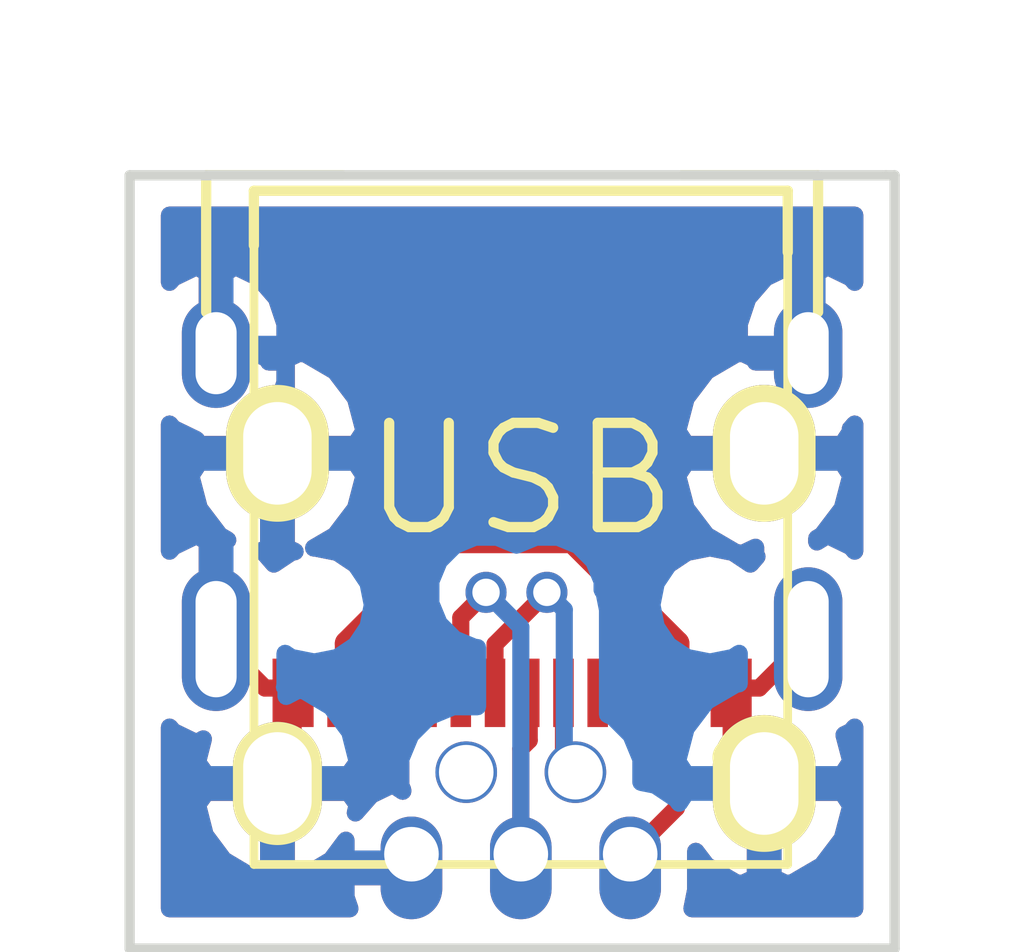
<source format=kicad_pcb>
(kicad_pcb (version 4) (host pcbnew 4.0.7)

  (general
    (links 16)
    (no_connects 0)
    (area 38.659999 39.548999 49.986001 51.002001)
    (thickness 1.6)
    (drawings 6)
    (tracks 33)
    (zones 0)
    (modules 3)
    (nets 10)
  )

  (page A4)
  (layers
    (0 F.Cu signal)
    (31 B.Cu signal)
    (32 B.Adhes user)
    (33 F.Adhes user)
    (34 B.Paste user)
    (35 F.Paste user)
    (36 B.SilkS user)
    (37 F.SilkS user)
    (38 B.Mask user)
    (39 F.Mask user)
    (40 Dwgs.User user)
    (41 Cmts.User user)
    (42 Eco1.User user)
    (43 Eco2.User user)
    (44 Edge.Cuts user)
    (45 Margin user)
    (46 B.CrtYd user)
    (47 F.CrtYd user)
    (48 B.Fab user)
    (49 F.Fab user)
  )

  (setup
    (last_trace_width 0.25)
    (user_trace_width 0.381)
    (trace_clearance 0.2)
    (zone_clearance 0.381)
    (zone_45_only no)
    (trace_min 0.2)
    (segment_width 0.2)
    (edge_width 0.15)
    (via_size 0.6)
    (via_drill 0.4)
    (via_min_size 0.4)
    (via_min_drill 0.3)
    (uvia_size 0.3)
    (uvia_drill 0.1)
    (uvias_allowed no)
    (uvia_min_size 0.2)
    (uvia_min_drill 0.1)
    (pcb_text_width 0.3)
    (pcb_text_size 1.5 1.5)
    (mod_edge_width 0.15)
    (mod_text_size 1 1)
    (mod_text_width 0.15)
    (pad_size 1.8 1.3)
    (pad_drill 1.5)
    (pad_to_mask_clearance 0.2)
    (aux_axis_origin 0 0)
    (visible_elements 7FFFFFFF)
    (pcbplotparams
      (layerselection 0x010f0_80000001)
      (usegerberextensions false)
      (excludeedgelayer true)
      (linewidth 0.100000)
      (plotframeref false)
      (viasonmask false)
      (mode 1)
      (useauxorigin false)
      (hpglpennumber 1)
      (hpglpenspeed 20)
      (hpglpendiameter 15)
      (hpglpenoverlay 2)
      (psnegative false)
      (psa4output false)
      (plotreference true)
      (plotvalue true)
      (plotinvisibletext false)
      (padsonsilk false)
      (subtractmaskfromsilk false)
      (outputformat 1)
      (mirror false)
      (drillshape 0)
      (scaleselection 1)
      (outputdirectory Gerber))
  )

  (net 0 "")
  (net 1 "Net-(J1-Pad4)")
  (net 2 "Net-(USB1-Pad4)")
  (net 3 "Net-(USB1-Pad9)")
  (net 4 "Net-(USB1-Pad3)")
  (net 5 "Net-(USB1-Pad10)")
  (net 6 /USB_D+)
  (net 7 /USB_D-)
  (net 8 GNDPWR)
  (net 9 VBUS)

  (net_class Default 这是默认网络组.
    (clearance 0.2)
    (trace_width 0.25)
    (via_dia 0.6)
    (via_drill 0.4)
    (uvia_dia 0.3)
    (uvia_drill 0.1)
    (add_net /USB_D+)
    (add_net /USB_D-)
    (add_net GNDPWR)
    (add_net "Net-(J1-Pad4)")
    (add_net "Net-(USB1-Pad10)")
    (add_net "Net-(USB1-Pad3)")
    (add_net "Net-(USB1-Pad4)")
    (add_net "Net-(USB1-Pad9)")
    (add_net VBUS)
  )

  (module YD_modules:DX_USB (layer F.Cu) (tedit 5A49EB7A) (tstamp 5A49E7EC)
    (at 44.45 44.45 270)
    (descr "USB MINI-B HOLE MOUNTED")
    (tags "USB MINI-B HOLE MOUNTED")
    (path /5A49E634)
    (attr virtual)
    (fp_text reference J1 (at 6.61416 -4.6736 360) (layer B.SilkS) hide
      (effects (font (size 1.27 1.27) (thickness 0.0889)) (justify mirror))
    )
    (fp_text value USB (at -0.381 0 360) (layer F.SilkS)
      (effects (font (thickness 0.15)))
    )
    (fp_line (start -3.8 3.9) (end -4.6 3.9) (layer F.SilkS) (width 0.15))
    (fp_line (start -4.6 3.9) (end -4.6 -3.9) (layer F.SilkS) (width 0.15))
    (fp_line (start -4.6 -3.9) (end -3.7 -3.9) (layer F.SilkS) (width 0.15))
    (fp_line (start 5.24764 -3.8989) (end 5.24764 3.8989) (layer F.SilkS) (width 0.127))
    (fp_line (start -3.74904 -3.8989) (end 5.24764 -3.8989) (layer F.SilkS) (width 0.127))
    (fp_line (start -3.74904 3.8989) (end 5.24764 3.8989) (layer F.SilkS) (width 0.127))
    (pad 3 thru_hole oval (at 5.09778 0 270) (size 1.5 0.9) (drill 0.79756 (offset 0.2 0)) (layers *.Cu B.Paste B.Mask)
      (net 6 /USB_D+))
    (pad 2 thru_hole circle (at 3.8989 -0.79756 270) (size 0.9 0.9) (drill 0.79756) (layers *.Cu B.Paste B.Mask)
      (net 7 /USB_D-))
    (pad 5 thru_hole oval (at 5.09778 1.59766 270) (size 1.5 0.9) (drill 0.79756 (offset 0.2 0)) (layers *.Cu B.Paste B.Mask)
      (net 8 GNDPWR))
    (pad 4 thru_hole circle (at 3.8989 0.79756 270) (size 0.9 0.9) (drill 0.79756) (layers *.Cu B.Paste B.Mask)
      (net 1 "Net-(J1-Pad4)"))
    (pad P$6 thru_hole oval (at -0.762 3.556 270) (size 2 1.5) (drill oval 1.5 1) (layers *.Cu *.Mask F.Paste F.SilkS)
      (net 8 GNDPWR))
    (pad P$7 thru_hole oval (at -0.762 -3.556 270) (size 2 1.5) (drill oval 1.5 1) (layers *.Cu *.Mask F.Paste F.SilkS)
      (net 8 GNDPWR))
    (pad 1 thru_hole oval (at 5.09778 -1.59766 270) (size 1.5 0.9) (drill 0.79756 (offset 0.2 0)) (layers *.Cu B.Paste B.Mask)
      (net 9 VBUS))
    (pad P$8 thru_hole oval (at 4.064 -3.556 270) (size 2 1.5) (drill oval 1.5 1) (layers *.Cu *.Mask F.Paste F.SilkS)
      (net 8 GNDPWR))
    (pad P$9 thru_hole oval (at 4.064 3.556 270) (size 1.8 1.3) (drill oval 1.5 1) (layers *.Cu *.Mask F.Paste F.SilkS)
      (net 8 GNDPWR))
    (model C:/kicad-library/3d_models/conn_usb_mini_b_th.wrl
      (at (xyz 0 0 0))
      (scale (xyz 0.39 0.39 0.39))
      (rotate (xyz 270 0 90))
    )
  )

  (module YD_modules:USB_TYPE-C_16PIN (layer F.Cu) (tedit 5A49EB70) (tstamp 5A49E802)
    (at 44.323 39.624 180)
    (path /5A49E757)
    (fp_text reference USB1 (at 0 -4.2545 180) (layer F.SilkS) hide
      (effects (font (size 1 1) (thickness 0.15)))
    )
    (fp_text value USB_TYPE-C_16PIN (at 0 1.7145 180) (layer F.Fab)
      (effects (font (size 1 1) (thickness 0.15)))
    )
    (fp_line (start 4.47 0) (end 4.47 -2) (layer F.SilkS) (width 0.15))
    (fp_line (start 4.47 0) (end 2.47 0) (layer F.SilkS) (width 0.15))
    (fp_line (start -4.47 0) (end -4.47 -2) (layer F.SilkS) (width 0.15))
    (fp_line (start -4.47 0) (end -2.47 0) (layer F.SilkS) (width 0.15))
    (fp_circle (center -3.2 -8.509) (end -3.048 -8.382) (layer F.SilkS) (width 0.15))
    (fp_circle (center -3.2 -8.509) (end -3.1115 -8.509) (layer F.SilkS) (width 0.15))
    (fp_circle (center -3.2 -8.509) (end -3.2385 -8.509) (layer F.SilkS) (width 0.15))
    (fp_text user %R (at -0.127 -2.794 180) (layer F.Fab)
      (effects (font (size 1 1) (thickness 0.15)))
    )
    (fp_line (start -4.47 -7.6) (end 4.47 -7.6) (layer F.Fab) (width 0.15))
    (fp_line (start -4.47 0) (end -4.47 -7.6) (layer F.Fab) (width 0.15))
    (fp_line (start 4.47 -7.6) (end 4.47 0) (layer F.Fab) (width 0.15))
    (fp_line (start -4.47 0) (end 4.47 0) (layer F.Fab) (width 0.15))
    (pad 0 thru_hole oval (at 4.325 -2.6 180) (size 1 1.6) (drill oval 0.6 1.2) (layers *.Cu *.Mask)
      (net 8 GNDPWR))
    (pad 0 thru_hole oval (at -4.325 -2.6 180) (size 1 1.6) (drill oval 0.6 1.2) (layers *.Cu *.Mask)
      (net 8 GNDPWR))
    (pad 0 thru_hole oval (at 4.325 -6.78 180) (size 1 2.1) (drill oval 0.6 1.7) (layers *.Cu *.Mask)
      (net 8 GNDPWR))
    (pad 0 thru_hole oval (at -4.325 -6.78 180) (size 1 2.1) (drill oval 0.6 1.7) (layers *.Cu *.Mask)
      (net 8 GNDPWR))
    (pad "" np_thru_hole oval (at 2.89 -6.28 180) (size 0.65 0.65) (drill 0.65) (layers *.Cu))
    (pad "" np_thru_hole oval (at -2.89 -6.28 180) (size 0.65 0.65) (drill 0.65) (layers *.Cu))
    (pad 6 smd rect (at -0.25 -7.495 180) (size 0.3 1) (drill (offset 0 -0.07)) (layers F.Cu F.Paste F.Mask)
      (net 6 /USB_D+))
    (pad 7 smd rect (at 0.25 -7.495 180) (size 0.3 1) (drill (offset 0 -0.07)) (layers F.Cu F.Paste F.Mask)
      (net 7 /USB_D-))
    (pad 5 smd rect (at -0.75 -7.495 180) (size 0.3 1) (drill (offset 0 -0.07)) (layers F.Cu F.Paste F.Mask)
      (net 7 /USB_D-))
    (pad 8 smd rect (at 0.75 -7.495 180) (size 0.3 1) (drill (offset 0 -0.07)) (layers F.Cu F.Paste F.Mask)
      (net 6 /USB_D+))
    (pad 4 smd rect (at -1.25 -7.495 180) (size 0.3 1) (drill (offset 0 -0.07)) (layers F.Cu F.Paste F.Mask)
      (net 2 "Net-(USB1-Pad4)"))
    (pad 9 smd rect (at 1.25 -7.495 180) (size 0.3 1) (drill (offset 0 -0.07)) (layers F.Cu F.Paste F.Mask)
      (net 3 "Net-(USB1-Pad9)"))
    (pad 3 smd rect (at -1.75 -7.495 180) (size 0.3 1) (drill (offset 0 -0.07)) (layers F.Cu F.Paste F.Mask)
      (net 4 "Net-(USB1-Pad3)"))
    (pad 10 smd rect (at 1.75 -7.495 180) (size 0.3 1) (drill (offset 0 -0.07)) (layers F.Cu F.Paste F.Mask)
      (net 5 "Net-(USB1-Pad10)"))
    (pad 2 smd rect (at -2.4 -7.495 180) (size 0.6 1) (drill (offset 0 -0.07)) (layers F.Cu F.Paste F.Mask)
      (net 9 VBUS))
    (pad 1 smd rect (at -3.2 -7.495 180) (size 0.6 1) (drill (offset 0 -0.07)) (layers F.Cu F.Paste F.Mask)
      (net 8 GNDPWR))
    (pad 11 smd rect (at 2.4 -7.495 180) (size 0.6 1) (drill (offset 0 -0.07)) (layers F.Cu F.Paste F.Mask)
      (net 9 VBUS))
    (pad 12 smd rect (at 3.2 -7.495 180) (size 0.6 1) (drill (offset 0 -0.07)) (layers F.Cu F.Paste F.Mask)
      (net 8 GNDPWR))
  )

  (module ktec:KTEC_Logo (layer B.Cu) (tedit 597096C5) (tstamp 5A4A0091)
    (at 44.323 42.418 180)
    (fp_text reference LOGO4 (at 0 2.8575 180) (layer B.SilkS) hide
      (effects (font (size 1.016 1.016) (thickness 0.1524)) (justify mirror))
    )
    (fp_text value KTEC_LOGO (at 0 -3.175 180) (layer B.SilkS) hide
      (effects (font (size 1.016 1.016) (thickness 0.1524)) (justify mirror))
    )
    (fp_poly (pts (xy -0.004174 1.999427) (xy -0.031029 1.999802) (xy -0.086498 1.998288) (xy -0.235137 1.986637)
      (xy -0.383459 1.963725) (xy -0.53086 1.929396) (xy -0.676732 1.883493) (xy -0.818688 1.82662)
      (xy -0.954495 1.759822) (xy -1.083784 1.683605) (xy -1.206184 1.598476) (xy -1.321326 1.504943)
      (xy -1.428839 1.403511) (xy -1.528355 1.294689) (xy -1.619502 1.178982) (xy -1.701912 1.056897)
      (xy -1.775214 0.928942) (xy -1.839038 0.795623) (xy -1.893015 0.657446) (xy -1.936775 0.51492)
      (xy -1.969947 0.368549) (xy -1.992162 0.218843) (xy -2.003051 0.066306) (xy -2.002295 -0.086618)
      (xy -1.99005 -0.237469) (xy -1.966651 -0.385717) (xy -1.932433 -0.530833) (xy -1.887731 -0.672285)
      (xy -1.832882 -0.809544) (xy -1.768221 -0.942078) (xy -1.694082 -1.069359) (xy -1.610803 -1.190855)
      (xy -1.518718 -1.306036) (xy -1.418162 -1.414373) (xy -1.309472 -1.515333) (xy -1.192982 -1.608389)
      (xy -1.069028 -1.693008) (xy -0.937947 -1.768661) (xy -0.800072 -1.834817) (xy -0.70326 -1.873798)
      (xy -0.605296 -1.907353) (xy -0.506375 -1.93555) (xy -0.406688 -1.958459) (xy -0.306431 -1.976149)
      (xy -0.205798 -1.988687) (xy -0.10498 -1.996143) (xy -0.004174 -1.998587) (xy -0.004174 -1.74914)
      (xy -0.180508 -1.740408) (xy -0.356247 -1.713851) (xy -0.530046 -1.669021) (xy -0.615798 -1.639614)
      (xy -0.70056 -1.605472) (xy -0.811198 -1.552836) (xy -0.91686 -1.493241) (xy -1.017325 -1.427039)
      (xy -1.112371 -1.35458) (xy -1.201777 -1.276217) (xy -1.28532 -1.1923) (xy -1.362779 -1.103181)
      (xy -1.433932 -1.009211) (xy -1.498557 -0.910743) (xy -1.556433 -0.808126) (xy -1.607338 -0.701713)
      (xy -1.65105 -0.591856) (xy -1.687347 -0.478904) (xy -1.716008 -0.363211) (xy -1.736811 -0.245126)
      (xy -1.749535 -0.125003) (xy -0.129174 -0.125003) (xy -0.129174 -1.375003) (xy -0.004174 -1.375003)
      (xy -0.004174 1.374997) (xy -0.129174 1.374997) (xy -0.129174 0.124997) (xy -1.749681 0.124997)
      (xy -1.735778 0.253292) (xy -1.712725 0.379036) (xy -1.680816 0.501831) (xy -1.640342 0.621277)
      (xy -1.591594 0.736974) (xy -1.534864 0.848524) (xy -1.470442 0.955527) (xy -1.398621 1.057583)
      (xy -1.319692 1.154294) (xy -1.233947 1.24526) (xy -1.141677 1.330081) (xy -1.043173 1.408359)
      (xy -0.938727 1.479693) (xy -0.82863 1.543685) (xy -0.713174 1.599935) (xy -0.59265 1.648044)
      (xy -0.448834 1.692567) (xy -0.303457 1.724297) (xy -0.157266 1.743425) (xy -0.01101 1.750143)
      (xy -0.004174 1.749867) (xy -0.004174 1.999427) (xy -0.004174 1.999427)) (layer B.Cu) (width 0.01))
    (fp_poly (pts (xy -0.004174 1.999427) (xy -0.004174 1.749867) (xy 0.151617 1.742915) (xy 0.30565 1.72221)
      (xy 0.45701 1.687989) (xy 0.604777 1.640493) (xy 0.748036 1.579958) (xy 0.885867 1.506623)
      (xy 1.017354 1.420727) (xy 1.141578 1.322507) (xy 0.120826 0.301755) (xy 0.120826 1.374997)
      (xy -0.004174 1.374997) (xy -0.004174 -1.375003) (xy 0.120826 -1.375003) (xy 0.120826 -0.30181)
      (xy 0.719947 -0.900882) (xy 0.620826 -1.000003) (xy 1.176393 -1.291604) (xy 1.04911 -1.397393)
      (xy 0.913965 -1.489645) (xy 0.771991 -1.568187) (xy 0.62422 -1.632843) (xy 0.471685 -1.68344)
      (xy 0.315419 -1.719805) (xy 0.156455 -1.741763) (xy -0.004174 -1.74914) (xy -0.004174 -1.998587)
      (xy 0.190185 -1.989112) (xy 0.382349 -1.961001) (xy 0.570906 -1.914492) (xy 0.663389 -1.884412)
      (xy 0.754439 -1.849821) (xy 0.843879 -1.810749) (xy 0.931533 -1.767226) (xy 1.017224 -1.71928)
      (xy 1.100774 -1.666942) (xy 1.182007 -1.610242) (xy 1.260746 -1.549208) (xy 1.336815 -1.483871)
      (xy 1.410035 -1.414261) (xy 0.995826 -0.625003) (xy 0.896705 -0.724124) (xy 0.172584 -0.000003)
      (xy 1.495338 1.3228) (xy 1.421009 1.402576) (xy 1.343073 1.477617) (xy 1.261748 1.547867)
      (xy 1.177255 1.613269) (xy 1.089811 1.673766) (xy 0.999635 1.729302) (xy 0.906947 1.779822)
      (xy 0.811966 1.825268) (xy 0.71491 1.865584) (xy 0.615999 1.900714) (xy 0.515451 1.930601)
      (xy 0.413486 1.95519) (xy 0.310321 1.974423) (xy 0.206178 1.988244) (xy 0.101273 1.996598)
      (xy -0.004174 1.999427) (xy -0.004174 1.999427)) (layer B.Cu) (width 0.01))
    (fp_poly (pts (xy -0.004174 2.092787) (xy -0.032266 2.093177) (xy -0.032331 2.093177) (xy -0.090274 2.091647)
      (xy -0.24588 2.079439) (xy -0.401147 2.05543) (xy -0.555429 2.019477) (xy -0.70808 1.971433)
      (xy -0.856629 1.911914) (xy -0.998752 1.841998) (xy -1.134061 1.762217) (xy -1.262168 1.673103)
      (xy -1.382685 1.575188) (xy -1.495222 1.469004) (xy -1.599393 1.355082) (xy -1.694809 1.233955)
      (xy -1.781081 1.106154) (xy -1.857822 0.972211) (xy -1.924643 0.832658) (xy -1.981155 0.688028)
      (xy -2.026972 0.538852) (xy -2.061704 0.385661) (xy -2.084963 0.228989) (xy -2.096361 0.069366)
      (xy -2.095567 -0.090661) (xy -2.082742 -0.24853) (xy -2.05824 -0.403683) (xy -2.022411 -0.555565)
      (xy -1.975608 -0.703619) (xy -1.918184 -0.847289) (xy -1.850489 -0.986019) (xy -1.772877 -1.119252)
      (xy -1.6857 -1.246432) (xy -1.589309 -1.367002) (xy -1.484056 -1.480408) (xy -1.370295 -1.586091)
      (xy -1.248376 -1.683496) (xy -1.118652 -1.772066) (xy -0.981475 -1.851246) (xy -0.837198 -1.920478)
      (xy -0.735885 -1.961269) (xy -0.633361 -1.996381) (xy -0.52983 -2.025885) (xy -0.425495 -2.049854)
      (xy -0.320559 -2.068359) (xy -0.215224 -2.081473) (xy -0.109695 -2.089268) (xy -0.004174 -2.091816)
      (xy -0.004174 -1.655309) (xy -0.170967 -1.647442) (xy -0.337272 -1.622456) (xy -0.501838 -1.580009)
      (xy -0.663418 -1.519762) (xy -0.762471 -1.472844) (xy -0.857242 -1.420019) (xy -0.947568 -1.361571)
      (xy -1.033283 -1.297781) (xy -1.114223 -1.228932) (xy -1.190224 -1.155305) (xy -1.26112 -1.077184)
      (xy -1.326748 -0.99485) (xy -1.386942 -0.908586) (xy -1.441537 -0.818673) (xy -1.49037 -0.725395)
      (xy -1.533274 -0.629033) (xy -1.570087 -0.52987) (xy -1.600643 -0.428188) (xy -1.624777 -0.324269)
      (xy -1.642325 -0.218395) (xy -0.222533 -0.218395) (xy -0.222533 -1.375019) (xy -0.215191 -1.411363)
      (xy -0.19518 -1.441042) (xy -0.165501 -1.461053) (xy -0.129157 -1.468395) (xy -0.004174 -1.468395)
      (xy -0.004174 1.468356) (xy -0.129157 1.468356) (xy -0.165501 1.461015) (xy -0.19518 1.441003)
      (xy -0.215191 1.411324) (xy -0.222533 1.374981) (xy -0.222533 0.218356) (xy -1.64195 0.218356)
      (xy -1.62289 0.331712) (xy -1.596332 0.442649) (xy -1.562498 0.550841) (xy -1.521609 0.655965)
      (xy -1.473886 0.757696) (xy -1.419551 0.855711) (xy -1.358826 0.949684) (xy -1.291931 1.039292)
      (xy -1.219089 1.124211) (xy -1.140519 1.204115) (xy -1.056444 1.278681) (xy -0.967085 1.347585)
      (xy -0.872664 1.410502) (xy -0.773401 1.467107) (xy -0.669519 1.517078) (xy -0.561237 1.560088)
      (xy -0.425045 1.602258) (xy -0.287418 1.632308) (xy -0.149046 1.650422) (xy -0.010619 1.656784)
      (xy -0.004174 1.65654) (xy -0.004174 2.092787) (xy -0.004174 2.092787)) (layer B.Mask) (width 0.01))
    (fp_poly (pts (xy -0.004174 2.092787) (xy -0.004174 1.65654) (xy 0.130667 1.650786) (xy 0.26397 1.633755)
      (xy 0.39514 1.60574) (xy 0.523582 1.567032) (xy 0.648702 1.517925) (xy 0.769906 1.458711)
      (xy 0.886598 1.389682) (xy 0.998186 1.31113) (xy 0.214235 0.527178) (xy 0.214235 1.374981)
      (xy 0.206891 1.411328) (xy 0.186876 1.441009) (xy 0.157191 1.461019) (xy 0.120843 1.468356)
      (xy -0.004174 1.468356) (xy -0.004174 -1.468395) (xy 0.120843 -1.468395) (xy 0.157191 -1.461058)
      (xy 0.186876 -1.441047) (xy 0.206891 -1.411367) (xy 0.214235 -1.375019) (xy 0.214235 -0.5272)
      (xy 0.587932 -0.900849) (xy 0.554778 -0.934003) (xy 0.541197 -0.951253) (xy 0.532111 -0.97092)
      (xy 0.527798 -0.992151) (xy 0.528539 -1.014092) (xy 0.53438 -1.035255) (xy 0.544832 -1.054232)
      (xy 0.559374 -1.070291) (xy 0.577483 -1.082701) (xy 1.005869 -1.307539) (xy 0.893168 -1.38745)
      (xy 0.775247 -1.45724) (xy 0.652781 -1.516764) (xy 0.526441 -1.565876) (xy 0.396903 -1.604431)
      (xy 0.264839 -1.632285) (xy 0.130922 -1.649293) (xy -0.004174 -1.655309) (xy -0.004174 -2.091816)
      (xy 0.097739 -2.089302) (xy 0.199264 -2.081883) (xy 0.300216 -2.069588) (xy 0.400409 -2.05245)
      (xy 0.499659 -2.030498) (xy 0.597779 -2.003765) (xy 0.694583 -1.972281) (xy 0.789887 -1.936078)
      (xy 0.883505 -1.895186) (xy 0.975252 -1.849637) (xy 1.064941 -1.799461) (xy 1.152387 -1.74469)
      (xy 1.237405 -1.685355) (xy 1.319809 -1.621487) (xy 1.399414 -1.553117) (xy 1.476035 -1.480276)
      (xy 1.493488 -1.456086) (xy 1.502308 -1.428322) (xy 1.502158 -1.399192) (xy 1.492701 -1.370901)
      (xy 1.078525 -0.581643) (xy 1.066112 -0.56354) (xy 1.050053 -0.549004) (xy 1.031078 -0.538557)
      (xy 1.009919 -0.53272) (xy 0.987981 -0.53198) (xy 0.966754 -0.536293) (xy 0.94709 -0.545377)
      (xy 0.929843 -0.558955) (xy 0.896689 -0.592109) (xy 0.304599 -0.000019) (xy 1.561419 1.256817)
      (xy 1.581309 1.286297) (xy 1.588673 1.319921) (xy 1.583394 1.353934) (xy 1.565357 1.384584)
      (xy 1.487578 1.468063) (xy 1.40602 1.546591) (xy 1.320911 1.620108) (xy 1.232482 1.688556)
      (xy 1.140962 1.751874) (xy 1.046579 1.810002) (xy 0.949565 1.862882) (xy 0.850147 1.910454)
      (xy 0.748556 1.952658) (xy 0.645021 1.989435) (xy 0.539771 2.020725) (xy 0.433035 2.046468)
      (xy 0.325044 2.066606) (xy 0.216025 2.081078) (xy 0.10621 2.089824) (xy -0.004174 2.092787)
      (xy -0.004174 2.092787)) (layer B.Mask) (width 0.01))
  )

  (gr_line (start 49.911 39.624) (end 49.784 39.624) (angle 90) (layer Edge.Cuts) (width 0.15))
  (gr_line (start 49.911 50.927) (end 49.911 39.624) (angle 90) (layer Edge.Cuts) (width 0.15))
  (gr_line (start 49.53 50.927) (end 49.911 50.927) (angle 90) (layer Edge.Cuts) (width 0.15))
  (gr_line (start 38.735 50.927) (end 49.53 50.927) (angle 90) (layer Edge.Cuts) (width 0.15))
  (gr_line (start 38.735 39.624) (end 38.735 50.927) (angle 90) (layer Edge.Cuts) (width 0.15))
  (gr_line (start 49.784 39.624) (end 38.735 39.624) (angle 90) (layer Edge.Cuts) (width 0.15))

  (segment (start 43.573 47.119) (end 43.573 46.089) (width 0.25) (layer F.Cu) (net 6))
  (segment (start 44.45 46.228) (end 44.45 49.54778) (width 0.25) (layer B.Cu) (net 6) (tstamp 5A49EDF7))
  (segment (start 43.942 45.72) (end 44.45 46.228) (width 0.25) (layer B.Cu) (net 6) (tstamp 5A49EDF6))
  (via (at 43.942 45.72) (size 0.6) (drill 0.4) (layers F.Cu B.Cu) (net 6))
  (segment (start 43.573 46.089) (end 43.942 45.72) (width 0.25) (layer F.Cu) (net 6) (tstamp 5A49EDF0))
  (segment (start 44.573 47.119) (end 44.573 47.883) (width 0.25) (layer F.Cu) (net 6))
  (segment (start 44.45 48.006) (end 44.45 49.54778) (width 0.25) (layer F.Cu) (net 6) (tstamp 5A49EBC1))
  (segment (start 44.573 47.883) (end 44.45 48.006) (width 0.25) (layer F.Cu) (net 6) (tstamp 5A49EBC0))
  (segment (start 44.073 47.119) (end 44.073 46.478) (width 0.25) (layer F.Cu) (net 7))
  (segment (start 45.085 45.974) (end 45.085 48.18634) (width 0.25) (layer B.Cu) (net 7) (tstamp 5A49EDE9))
  (segment (start 44.831 45.72) (end 45.085 45.974) (width 0.25) (layer B.Cu) (net 7) (tstamp 5A49EDE8))
  (via (at 44.831 45.72) (size 0.6) (drill 0.4) (layers F.Cu B.Cu) (net 7))
  (segment (start 44.073 46.478) (end 44.831 45.72) (width 0.25) (layer F.Cu) (net 7) (tstamp 5A49EDE0))
  (segment (start 45.085 48.18634) (end 45.24756 48.3489) (width 0.25) (layer B.Cu) (net 7) (tstamp 5A49EDED))
  (segment (start 45.085 48.18634) (end 45.24756 48.3489) (width 0.25) (layer B.Cu) (net 7) (tstamp 5A49EC2D))
  (segment (start 45.073 47.119) (end 45.073 48.17434) (width 0.25) (layer F.Cu) (net 7))
  (segment (start 45.073 48.17434) (end 45.24756 48.3489) (width 0.25) (layer F.Cu) (net 7) (tstamp 5A49EC21))
  (segment (start 47.523 47.119) (end 47.933 47.119) (width 0.25) (layer F.Cu) (net 8))
  (segment (start 47.933 47.119) (end 48.648 46.404) (width 0.25) (layer F.Cu) (net 8) (tstamp 5A49ECA9))
  (segment (start 47.523 47.119) (end 47.523 48.031) (width 0.25) (layer F.Cu) (net 8))
  (segment (start 47.523 48.031) (end 48.006 48.514) (width 0.25) (layer F.Cu) (net 8) (tstamp 5A49ECA6))
  (segment (start 41.123 47.119) (end 41.123 48.285) (width 0.25) (layer F.Cu) (net 8))
  (segment (start 41.123 48.285) (end 40.894 48.514) (width 0.25) (layer F.Cu) (net 8) (tstamp 5A49ECA3))
  (segment (start 41.123 47.119) (end 40.713 47.119) (width 0.25) (layer F.Cu) (net 8))
  (segment (start 40.713 47.119) (end 39.998 46.404) (width 0.25) (layer F.Cu) (net 8) (tstamp 5A49ECA0))
  (segment (start 47.523 48.031) (end 48.006 48.514) (width 0.25) (layer F.Cu) (net 8) (tstamp 5A49EB31))
  (segment (start 41.923 47.119) (end 41.923 46.469) (width 0.381) (layer F.Cu) (net 9))
  (segment (start 46.723 46.469) (end 46.723 47.119) (width 0.381) (layer F.Cu) (net 9) (tstamp 5A49F35A))
  (segment (start 45.212 44.958) (end 46.723 46.469) (width 0.381) (layer F.Cu) (net 9) (tstamp 5A49F357))
  (segment (start 43.434 44.958) (end 45.212 44.958) (width 0.381) (layer F.Cu) (net 9) (tstamp 5A49F354))
  (segment (start 41.923 46.469) (end 43.434 44.958) (width 0.381) (layer F.Cu) (net 9) (tstamp 5A49F352))
  (segment (start 46.723 47.119) (end 46.723 48.87244) (width 0.25) (layer F.Cu) (net 9))
  (segment (start 46.723 48.87244) (end 46.04766 49.54778) (width 0.25) (layer F.Cu) (net 9) (tstamp 5A49EBEE))

  (zone (net 8) (net_name GNDPWR) (layer B.Cu) (tstamp 5A49EC43) (hatch edge 0.508)
    (connect_pads (clearance 0.381))
    (min_thickness 0.254)
    (fill yes (arc_segments 16) (thermal_gap 0.381) (thermal_bridge_width 0.508))
    (polygon
      (pts
        (xy 49.911 50.927) (xy 38.735 50.927) (xy 38.735 39.624) (xy 49.911 39.624)
      )
    )
    (filled_polygon
      (pts
        (xy 49.328 41.187209) (xy 49.270961 41.121433) (xy 48.929866 40.956211) (xy 48.775 41.052202) (xy 48.775 42.097)
        (xy 48.795 42.097) (xy 48.795 42.351) (xy 48.775 42.351) (xy 48.775 42.371) (xy 48.649175 42.371)
        (xy 48.420719 42.237463) (xy 48.327226 42.221703) (xy 48.133 42.314153) (xy 48.133 42.351) (xy 47.879 42.351)
        (xy 47.879 42.314153) (xy 47.684774 42.221703) (xy 47.591281 42.237463) (xy 47.163424 42.487554) (xy 46.863841 42.882342)
        (xy 46.738141 43.361724) (xy 46.868818 43.561) (xy 47.879 43.561) (xy 47.879 43.158159) (xy 48.025039 43.326567)
        (xy 48.133 43.378862) (xy 48.133 43.561) (xy 49.143182 43.561) (xy 49.273859 43.361724) (xy 49.265353 43.329284)
        (xy 49.270961 43.326567) (xy 49.328 43.260791) (xy 49.328 45.117209) (xy 49.270961 45.051433) (xy 48.929866 44.886211)
        (xy 48.775002 44.982201) (xy 48.775002 44.931452) (xy 48.848576 44.888446) (xy 49.148159 44.493658) (xy 49.273859 44.014276)
        (xy 49.143182 43.815) (xy 48.133 43.815) (xy 48.133 43.835) (xy 47.879 43.835) (xy 47.879 43.815)
        (xy 46.868818 43.815) (xy 46.738141 44.014276) (xy 46.863841 44.493658) (xy 47.163424 44.888446) (xy 47.591281 45.138537)
        (xy 47.684774 45.154297) (xy 47.878998 45.061848) (xy 47.878998 45.196) (xy 47.899674 45.196) (xy 47.804511 45.30574)
        (xy 47.548094 45.134408) (xy 47.229319 45.071) (xy 47.196681 45.071) (xy 46.877906 45.134408) (xy 46.607661 45.31498)
        (xy 46.427089 45.585225) (xy 46.363681 45.904) (xy 46.427089 46.222775) (xy 46.607661 46.49302) (xy 46.877906 46.673592)
        (xy 47.196681 46.737) (xy 47.229319 46.737) (xy 47.548094 46.673592) (xy 47.64 46.612182) (xy 47.64 47.05525)
        (xy 47.591281 47.063463) (xy 47.163424 47.313554) (xy 46.863841 47.708342) (xy 46.738141 48.187724) (xy 46.868818 48.387)
        (xy 47.879 48.387) (xy 47.879 48.367) (xy 48.133 48.367) (xy 48.133 48.387) (xy 49.143182 48.387)
        (xy 49.273859 48.187724) (xy 49.173219 47.803912) (xy 49.270961 47.756567) (xy 49.328 47.690791) (xy 49.328 50.344)
        (xy 46.951641 50.344) (xy 47.00566 50.072426) (xy 47.00566 49.506546) (xy 47.163424 49.714446) (xy 47.591281 49.964537)
        (xy 47.684774 49.980297) (xy 47.879 49.887847) (xy 47.879 48.641) (xy 48.133 48.641) (xy 48.133 49.887847)
        (xy 48.327226 49.980297) (xy 48.420719 49.964537) (xy 48.848576 49.714446) (xy 49.148159 49.319658) (xy 49.273859 48.840276)
        (xy 49.143182 48.641) (xy 48.133 48.641) (xy 47.879 48.641) (xy 46.868818 48.641) (xy 46.762958 48.802432)
        (xy 46.725068 48.745726) (xy 46.414271 48.538057) (xy 46.205431 48.496516) (xy 46.205726 48.159178) (xy 46.060186 47.806946)
        (xy 45.790932 47.537221) (xy 45.718 47.506937) (xy 45.718 45.974) (xy 45.669816 45.731761) (xy 45.639031 45.685687)
        (xy 45.63914 45.559984) (xy 45.516389 45.262903) (xy 45.289293 45.03541) (xy 44.992426 44.91214) (xy 44.670984 44.91186)
        (xy 44.386166 45.029544) (xy 44.103426 44.91214) (xy 43.781984 44.91186) (xy 43.484903 45.034611) (xy 43.25741 45.261707)
        (xy 43.13414 45.558574) (xy 43.13386 45.880016) (xy 43.256611 46.177097) (xy 43.483707 46.40459) (xy 43.780574 46.52786)
        (xy 43.817 46.527892) (xy 43.817 47.391044) (xy 43.462718 47.390734) (xy 43.110486 47.536274) (xy 42.840761 47.805528)
        (xy 42.694607 48.157506) (xy 42.694274 48.538622) (xy 42.725338 48.613802) (xy 42.725338 48.626541) (xy 42.578362 48.529793)
        (xy 42.264734 48.680569) (xy 42.033421 48.943854) (xy 42.063615 48.824716) (xy 41.931713 48.641) (xy 41.021 48.641)
        (xy 41.021 49.787148) (xy 41.199495 49.880977) (xy 41.285498 49.867819) (xy 41.67811 49.633976) (xy 41.89434 49.344109)
        (xy 41.89434 49.62078) (xy 42.72534 49.62078) (xy 42.72534 49.60078) (xy 42.97934 49.60078) (xy 42.97934 49.62078)
        (xy 42.99934 49.62078) (xy 42.99934 49.87478) (xy 42.97934 49.87478) (xy 42.97934 49.89478) (xy 42.72534 49.89478)
        (xy 42.72534 49.87478) (xy 41.89434 49.87478) (xy 41.89434 50.17478) (xy 41.951952 50.344) (xy 39.318 50.344)
        (xy 39.318 48.824716) (xy 39.724385 48.824716) (xy 39.836652 49.267687) (xy 40.10989 49.633976) (xy 40.502502 49.867819)
        (xy 40.588505 49.880977) (xy 40.767 49.787148) (xy 40.767 48.641) (xy 39.856287 48.641) (xy 39.724385 48.824716)
        (xy 39.318 48.824716) (xy 39.318 47.690791) (xy 39.375039 47.756567) (xy 39.716134 47.921789) (xy 39.810561 47.86326)
        (xy 39.724385 48.203284) (xy 39.856287 48.387) (xy 40.767 48.387) (xy 40.767 48.367) (xy 41.021 48.367)
        (xy 41.021 48.387) (xy 41.931713 48.387) (xy 42.063615 48.203284) (xy 41.951348 47.760313) (xy 41.67811 47.394024)
        (xy 41.285498 47.160181) (xy 41.199495 47.147023) (xy 41.021002 47.240851) (xy 41.021002 47.106) (xy 40.997669 47.106)
        (xy 41.006 47.081) (xy 41.006 46.612182) (xy 41.097906 46.673592) (xy 41.416681 46.737) (xy 41.449319 46.737)
        (xy 41.768094 46.673592) (xy 42.038339 46.49302) (xy 42.218911 46.222775) (xy 42.282319 45.904) (xy 42.218911 45.585225)
        (xy 42.038339 45.31498) (xy 41.768094 45.134408) (xy 41.449319 45.071) (xy 41.424262 45.071) (xy 41.736576 44.888446)
        (xy 42.036159 44.493658) (xy 42.161859 44.014276) (xy 42.031182 43.815) (xy 41.021 43.815) (xy 41.021 45.061847)
        (xy 41.151179 45.123811) (xy 41.097906 45.134408) (xy 40.841489 45.30574) (xy 40.670021 45.108008) (xy 40.767 45.061847)
        (xy 40.767 43.815) (xy 39.756818 43.815) (xy 39.626141 44.014276) (xy 39.751841 44.493658) (xy 40.051424 44.888446)
        (xy 40.167138 44.956083) (xy 40.125 44.982202) (xy 40.125 46.277) (xy 40.145 46.277) (xy 40.145 46.531)
        (xy 40.125 46.531) (xy 40.125 46.551) (xy 39.871 46.551) (xy 39.871 46.531) (xy 39.851 46.531)
        (xy 39.851 46.277) (xy 39.871 46.277) (xy 39.871 44.982202) (xy 39.716134 44.886211) (xy 39.375039 45.051433)
        (xy 39.318 45.117209) (xy 39.318 43.260791) (xy 39.375039 43.326567) (xy 39.709244 43.488451) (xy 39.756818 43.561)
        (xy 40.767 43.561) (xy 40.767 43.158159) (xy 40.88067 43.027078) (xy 41.006 42.651) (xy 41.006 42.351)
        (xy 40.767 42.351) (xy 40.767 42.314153) (xy 41.021 42.314153) (xy 41.021 43.561) (xy 42.031182 43.561)
        (xy 42.161859 43.361724) (xy 42.036159 42.882342) (xy 41.736576 42.487554) (xy 41.308719 42.237463) (xy 41.215226 42.221703)
        (xy 41.021 42.314153) (xy 40.767 42.314153) (xy 40.572774 42.221703) (xy 40.479281 42.237463) (xy 40.285041 42.351)
        (xy 40.125 42.351) (xy 40.125 42.371) (xy 39.871 42.371) (xy 39.871 42.351) (xy 39.851 42.351)
        (xy 39.851 42.097) (xy 39.871 42.097) (xy 39.871 41.052202) (xy 40.125 41.052202) (xy 40.125 42.097)
        (xy 41.006 42.097) (xy 41.006 41.797) (xy 47.64 41.797) (xy 47.64 42.097) (xy 48.521 42.097)
        (xy 48.521 41.052202) (xy 48.366134 40.956211) (xy 48.025039 41.121433) (xy 47.76533 41.420922) (xy 47.64 41.797)
        (xy 41.006 41.797) (xy 40.88067 41.420922) (xy 40.620961 41.121433) (xy 40.279866 40.956211) (xy 40.125 41.052202)
        (xy 39.871 41.052202) (xy 39.716134 40.956211) (xy 39.375039 41.121433) (xy 39.318 41.187209) (xy 39.318 40.207)
        (xy 49.328 40.207)
      )
    )
    (filled_polygon
      (pts
        (xy 48.775 46.277) (xy 48.795 46.277) (xy 48.795 46.531) (xy 48.775 46.531) (xy 48.775 46.551)
        (xy 48.521 46.551) (xy 48.521 46.531) (xy 48.501 46.531) (xy 48.501 46.277) (xy 48.521 46.277)
        (xy 48.521 46.257) (xy 48.775 46.257)
      )
    )
  )
  (zone (net 8) (net_name GNDPWR) (layer F.Cu) (tstamp 5A49EC56) (hatch edge 0.508)
    (connect_pads (clearance 0.381))
    (min_thickness 0.254)
    (fill yes (arc_segments 16) (thermal_gap 0.381) (thermal_bridge_width 0.508))
    (polygon
      (pts
        (xy 49.911 50.927) (xy 38.735 50.927) (xy 38.735 39.624) (xy 49.911 39.624)
      )
    )
    (filled_polygon
      (pts
        (xy 39.375039 47.756567) (xy 39.716134 47.921789) (xy 39.810561 47.86326) (xy 39.724385 48.203284) (xy 39.856287 48.387)
        (xy 40.767 48.387) (xy 40.767 48.367) (xy 41.021 48.367) (xy 41.021 48.387) (xy 41.931713 48.387)
        (xy 42.060981 48.206952) (xy 42.223 48.206952) (xy 42.326671 48.187445) (xy 42.423 48.206952) (xy 42.694564 48.206952)
        (xy 42.694274 48.538622) (xy 42.725338 48.613802) (xy 42.725338 48.626541) (xy 42.578362 48.529793) (xy 42.264734 48.680569)
        (xy 42.033421 48.943854) (xy 42.063615 48.824716) (xy 41.931713 48.641) (xy 41.021 48.641) (xy 41.021 49.787148)
        (xy 41.199495 49.880977) (xy 41.285498 49.867819) (xy 41.67811 49.633976) (xy 41.89434 49.344109) (xy 41.89434 49.62078)
        (xy 42.72534 49.62078) (xy 42.72534 49.60078) (xy 42.97934 49.60078) (xy 42.97934 49.62078) (xy 42.99934 49.62078)
        (xy 42.99934 49.87478) (xy 42.97934 49.87478) (xy 42.97934 49.89478) (xy 42.72534 49.89478) (xy 42.72534 49.87478)
        (xy 41.89434 49.87478) (xy 41.89434 50.17478) (xy 41.951952 50.344) (xy 39.318 50.344) (xy 39.318 48.824716)
        (xy 39.724385 48.824716) (xy 39.836652 49.267687) (xy 40.10989 49.633976) (xy 40.502502 49.867819) (xy 40.588505 49.880977)
        (xy 40.767 49.787148) (xy 40.767 48.641) (xy 39.856287 48.641) (xy 39.724385 48.824716) (xy 39.318 48.824716)
        (xy 39.318 47.690791)
      )
    )
    (filled_polygon
      (pts
        (xy 49.328 50.344) (xy 46.951641 50.344) (xy 47.00566 50.072426) (xy 47.00566 49.506546) (xy 47.163424 49.714446)
        (xy 47.591281 49.964537) (xy 47.684774 49.980297) (xy 47.879 49.887847) (xy 47.879 48.641) (xy 48.133 48.641)
        (xy 48.133 49.887847) (xy 48.327226 49.980297) (xy 48.420719 49.964537) (xy 48.848576 49.714446) (xy 49.148159 49.319658)
        (xy 49.273859 48.840276) (xy 49.143182 48.641) (xy 48.133 48.641) (xy 47.879 48.641) (xy 47.859 48.641)
        (xy 47.859 48.387) (xy 47.879 48.387) (xy 47.879 48.367) (xy 48.133 48.367) (xy 48.133 48.387)
        (xy 49.143182 48.387) (xy 49.273859 48.187724) (xy 49.173219 47.803912) (xy 49.270961 47.756567) (xy 49.328 47.690791)
      )
    )
    (filled_polygon
      (pts
        (xy 48.775 46.277) (xy 48.795 46.277) (xy 48.795 46.531) (xy 48.775 46.531) (xy 48.775 46.551)
        (xy 48.521 46.551) (xy 48.521 46.531) (xy 48.501 46.531) (xy 48.501 46.277) (xy 48.521 46.277)
        (xy 48.521 46.257) (xy 48.775 46.257)
      )
    )
    (filled_polygon
      (pts
        (xy 49.328 41.187209) (xy 49.270961 41.121433) (xy 48.929866 40.956211) (xy 48.775 41.052202) (xy 48.775 42.097)
        (xy 48.795 42.097) (xy 48.795 42.351) (xy 48.775 42.351) (xy 48.775 42.371) (xy 48.649175 42.371)
        (xy 48.420719 42.237463) (xy 48.327226 42.221703) (xy 48.133 42.314153) (xy 48.133 42.351) (xy 47.879 42.351)
        (xy 47.879 42.314153) (xy 47.684774 42.221703) (xy 47.591281 42.237463) (xy 47.163424 42.487554) (xy 46.863841 42.882342)
        (xy 46.738141 43.361724) (xy 46.868818 43.561) (xy 47.879 43.561) (xy 47.879 43.158159) (xy 48.025039 43.326567)
        (xy 48.133 43.378862) (xy 48.133 43.561) (xy 49.143182 43.561) (xy 49.273859 43.361724) (xy 49.265353 43.329284)
        (xy 49.270961 43.326567) (xy 49.328 43.260791) (xy 49.328 45.117209) (xy 49.270961 45.051433) (xy 48.929866 44.886211)
        (xy 48.775002 44.982201) (xy 48.775002 44.931452) (xy 48.848576 44.888446) (xy 49.148159 44.493658) (xy 49.273859 44.014276)
        (xy 49.143182 43.815) (xy 48.133 43.815) (xy 48.133 43.835) (xy 47.879 43.835) (xy 47.879 43.815)
        (xy 46.868818 43.815) (xy 46.738141 44.014276) (xy 46.863841 44.493658) (xy 47.163424 44.888446) (xy 47.591281 45.138537)
        (xy 47.684774 45.154297) (xy 47.878998 45.061848) (xy 47.878998 45.196) (xy 47.899674 45.196) (xy 47.804511 45.30574)
        (xy 47.548094 45.134408) (xy 47.229319 45.071) (xy 47.196681 45.071) (xy 46.877906 45.134408) (xy 46.607661 45.31498)
        (xy 46.587292 45.345464) (xy 45.705914 44.464086) (xy 45.479305 44.31267) (xy 45.212 44.2595) (xy 43.434 44.2595)
        (xy 43.166695 44.31267) (xy 42.940086 44.464086) (xy 42.058708 45.345464) (xy 42.038339 45.31498) (xy 41.768094 45.134408)
        (xy 41.449319 45.071) (xy 41.424262 45.071) (xy 41.736576 44.888446) (xy 42.036159 44.493658) (xy 42.161859 44.014276)
        (xy 42.031182 43.815) (xy 41.021 43.815) (xy 41.021 45.061847) (xy 41.151179 45.123811) (xy 41.097906 45.134408)
        (xy 40.841489 45.30574) (xy 40.670021 45.108008) (xy 40.767 45.061847) (xy 40.767 43.815) (xy 39.756818 43.815)
        (xy 39.626141 44.014276) (xy 39.751841 44.493658) (xy 40.051424 44.888446) (xy 40.167138 44.956083) (xy 40.125 44.982202)
        (xy 40.125 46.277) (xy 40.145 46.277) (xy 40.145 46.531) (xy 40.125 46.531) (xy 40.125 46.551)
        (xy 39.871 46.551) (xy 39.871 46.531) (xy 39.851 46.531) (xy 39.851 46.277) (xy 39.871 46.277)
        (xy 39.871 44.982202) (xy 39.716134 44.886211) (xy 39.375039 45.051433) (xy 39.318 45.117209) (xy 39.318 43.260791)
        (xy 39.375039 43.326567) (xy 39.709244 43.488451) (xy 39.756818 43.561) (xy 40.767 43.561) (xy 40.767 43.158159)
        (xy 40.88067 43.027078) (xy 41.006 42.651) (xy 41.006 42.351) (xy 40.767 42.351) (xy 40.767 42.314153)
        (xy 41.021 42.314153) (xy 41.021 43.561) (xy 42.031182 43.561) (xy 42.161859 43.361724) (xy 42.036159 42.882342)
        (xy 41.736576 42.487554) (xy 41.308719 42.237463) (xy 41.215226 42.221703) (xy 41.021 42.314153) (xy 40.767 42.314153)
        (xy 40.572774 42.221703) (xy 40.479281 42.237463) (xy 40.285041 42.351) (xy 40.125 42.351) (xy 40.125 42.371)
        (xy 39.871 42.371) (xy 39.871 42.351) (xy 39.851 42.351) (xy 39.851 42.097) (xy 39.871 42.097)
        (xy 39.871 41.052202) (xy 40.125 41.052202) (xy 40.125 42.097) (xy 41.006 42.097) (xy 41.006 41.797)
        (xy 47.64 41.797) (xy 47.64 42.097) (xy 48.521 42.097) (xy 48.521 41.052202) (xy 48.366134 40.956211)
        (xy 48.025039 41.121433) (xy 47.76533 41.420922) (xy 47.64 41.797) (xy 41.006 41.797) (xy 40.88067 41.420922)
        (xy 40.620961 41.121433) (xy 40.279866 40.956211) (xy 40.125 41.052202) (xy 39.871 41.052202) (xy 39.716134 40.956211)
        (xy 39.375039 41.121433) (xy 39.318 41.187209) (xy 39.318 40.207) (xy 49.328 40.207)
      )
    )
  )
)

</source>
